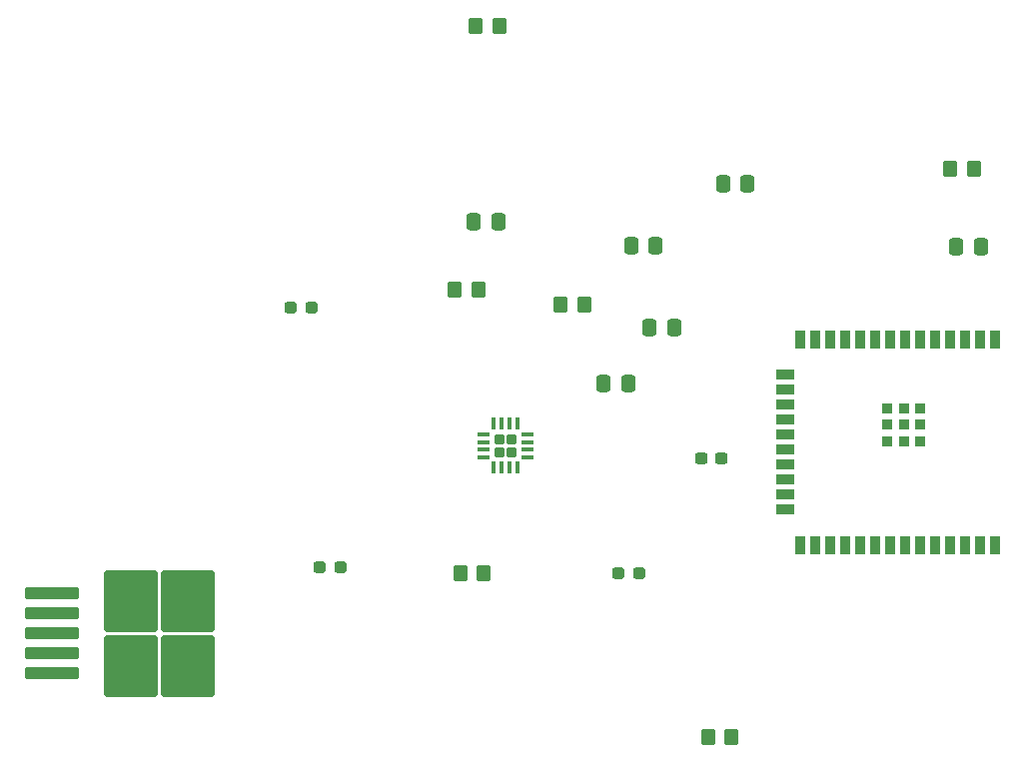
<source format=gbr>
%TF.GenerationSoftware,KiCad,Pcbnew,8.0.8*%
%TF.CreationDate,2025-03-12T15:52:42-05:00*%
%TF.ProjectId,group1_battlebot,67726f75-7031-45f6-9261-74746c65626f,rev?*%
%TF.SameCoordinates,Original*%
%TF.FileFunction,Paste,Top*%
%TF.FilePolarity,Positive*%
%FSLAX46Y46*%
G04 Gerber Fmt 4.6, Leading zero omitted, Abs format (unit mm)*
G04 Created by KiCad (PCBNEW 8.0.8) date 2025-03-12 15:52:42*
%MOMM*%
%LPD*%
G01*
G04 APERTURE LIST*
G04 Aperture macros list*
%AMRoundRect*
0 Rectangle with rounded corners*
0 $1 Rounding radius*
0 $2 $3 $4 $5 $6 $7 $8 $9 X,Y pos of 4 corners*
0 Add a 4 corners polygon primitive as box body*
4,1,4,$2,$3,$4,$5,$6,$7,$8,$9,$2,$3,0*
0 Add four circle primitives for the rounded corners*
1,1,$1+$1,$2,$3*
1,1,$1+$1,$4,$5*
1,1,$1+$1,$6,$7*
1,1,$1+$1,$8,$9*
0 Add four rect primitives between the rounded corners*
20,1,$1+$1,$2,$3,$4,$5,0*
20,1,$1+$1,$4,$5,$6,$7,0*
20,1,$1+$1,$6,$7,$8,$9,0*
20,1,$1+$1,$8,$9,$2,$3,0*%
G04 Aperture macros list end*
%ADD10RoundRect,0.250000X-0.337500X-0.475000X0.337500X-0.475000X0.337500X0.475000X-0.337500X0.475000X0*%
%ADD11R,0.900000X1.500000*%
%ADD12R,1.500000X0.900000*%
%ADD13R,0.900000X0.900000*%
%ADD14RoundRect,0.250000X0.337500X0.475000X-0.337500X0.475000X-0.337500X-0.475000X0.337500X-0.475000X0*%
%ADD15RoundRect,0.220000X-0.220000X-0.220000X0.220000X-0.220000X0.220000X0.220000X-0.220000X0.220000X0*%
%ADD16RoundRect,0.087500X-0.425000X-0.087500X0.425000X-0.087500X0.425000X0.087500X-0.425000X0.087500X0*%
%ADD17RoundRect,0.087500X-0.087500X-0.425000X0.087500X-0.425000X0.087500X0.425000X-0.087500X0.425000X0*%
%ADD18RoundRect,0.237500X0.287500X0.237500X-0.287500X0.237500X-0.287500X-0.237500X0.287500X-0.237500X0*%
%ADD19RoundRect,0.250000X-0.350000X-0.450000X0.350000X-0.450000X0.350000X0.450000X-0.350000X0.450000X0*%
%ADD20RoundRect,0.250000X0.350000X0.450000X-0.350000X0.450000X-0.350000X-0.450000X0.350000X-0.450000X0*%
%ADD21RoundRect,0.237500X-0.300000X-0.237500X0.300000X-0.237500X0.300000X0.237500X-0.300000X0.237500X0*%
%ADD22RoundRect,0.237500X-0.287500X-0.237500X0.287500X-0.237500X0.287500X0.237500X-0.287500X0.237500X0*%
%ADD23RoundRect,0.250000X-2.050000X-0.300000X2.050000X-0.300000X2.050000X0.300000X-2.050000X0.300000X0*%
%ADD24RoundRect,0.250000X-2.025000X-2.375000X2.025000X-2.375000X2.025000X2.375000X-2.025000X2.375000X0*%
G04 APERTURE END LIST*
D10*
%TO.C,C6*%
X80166000Y-71312400D03*
X82241000Y-71312400D03*
%TD*%
D11*
%TO.C,U6*%
X124307600Y-81306000D03*
X123037600Y-81306000D03*
X121767600Y-81306000D03*
X120497600Y-81306000D03*
X119227600Y-81306000D03*
X117957600Y-81306000D03*
X116687600Y-81306000D03*
X115417600Y-81306000D03*
X114147600Y-81306000D03*
X112877600Y-81306000D03*
X111607600Y-81306000D03*
X110337600Y-81306000D03*
X109067600Y-81306000D03*
X107797600Y-81306000D03*
D12*
X106547600Y-84346000D03*
X106547600Y-85616000D03*
X106547600Y-86886000D03*
X106547600Y-88156000D03*
X106547600Y-89426000D03*
X106547600Y-90696000D03*
X106547600Y-91966000D03*
X106547600Y-93236000D03*
X106547600Y-94506000D03*
X106547600Y-95776000D03*
D11*
X107797600Y-98806000D03*
X109067600Y-98806000D03*
X110337600Y-98806000D03*
X111607600Y-98806000D03*
X112877600Y-98806000D03*
X114147600Y-98806000D03*
X115417600Y-98806000D03*
X116687600Y-98806000D03*
X117957600Y-98806000D03*
X119227600Y-98806000D03*
X120497600Y-98806000D03*
X121767600Y-98806000D03*
X123037600Y-98806000D03*
X124307600Y-98806000D03*
D13*
X117987600Y-87156000D03*
X116587600Y-87156000D03*
X115187600Y-87156000D03*
X117987600Y-88556000D03*
X116587600Y-88556000D03*
X115187600Y-88556000D03*
X117987600Y-89956000D03*
X116587600Y-89956000D03*
X115187600Y-89956000D03*
%TD*%
D14*
%TO.C,C4*%
X93239500Y-85039200D03*
X91164500Y-85039200D03*
%TD*%
D15*
%TO.C,U3*%
X82321200Y-89827600D03*
X82321200Y-90877600D03*
X83371200Y-89827600D03*
X83371200Y-90877600D03*
D16*
X80983700Y-89377600D03*
X80983700Y-90027600D03*
X80983700Y-90677600D03*
X80983700Y-91327600D03*
D17*
X81871200Y-92215100D03*
X82521200Y-92215100D03*
X83171200Y-92215100D03*
X83821200Y-92215100D03*
D16*
X84708700Y-91327600D03*
X84708700Y-90677600D03*
X84708700Y-90027600D03*
X84708700Y-89377600D03*
D17*
X83821200Y-88490100D03*
X83171200Y-88490100D03*
X82521200Y-88490100D03*
X81871200Y-88490100D03*
%TD*%
D18*
%TO.C,L3*%
X94206000Y-101193600D03*
X92456000Y-101193600D03*
%TD*%
D19*
%TO.C,R5*%
X100000000Y-115000000D03*
X102000000Y-115000000D03*
%TD*%
D20*
%TO.C,R7*%
X89519000Y-78409800D03*
X87519000Y-78409800D03*
%TD*%
D19*
%TO.C,R3*%
X79010000Y-101168200D03*
X81010000Y-101168200D03*
%TD*%
D21*
%TO.C,C5*%
X99417800Y-91389200D03*
X101142800Y-91389200D03*
%TD*%
D19*
%TO.C,R2*%
X78552800Y-77114400D03*
X80552800Y-77114400D03*
%TD*%
%TO.C,R6*%
X120564400Y-66852800D03*
X122564400Y-66852800D03*
%TD*%
D22*
%TO.C,L1*%
X64668400Y-78638400D03*
X66418400Y-78638400D03*
%TD*%
D10*
%TO.C,C9*%
X121060300Y-73482200D03*
X123135300Y-73482200D03*
%TD*%
%TO.C,C3*%
X95076100Y-80314800D03*
X97151100Y-80314800D03*
%TD*%
D22*
%TO.C,L2*%
X67131900Y-100654800D03*
X68881900Y-100654800D03*
%TD*%
D10*
%TO.C,C8*%
X101276200Y-68112000D03*
X103351200Y-68112000D03*
%TD*%
D19*
%TO.C,R4*%
X80330800Y-54762400D03*
X82330800Y-54762400D03*
%TD*%
D23*
%TO.C,U4*%
X44373500Y-102862800D03*
X44373500Y-104562800D03*
X44373500Y-106262800D03*
D24*
X51098500Y-103487800D03*
X51098500Y-109037800D03*
X55948500Y-103487800D03*
X55948500Y-109037800D03*
D23*
X44373500Y-107962800D03*
X44373500Y-109662800D03*
%TD*%
D10*
%TO.C,C7*%
X93474500Y-73344400D03*
X95549500Y-73344400D03*
%TD*%
M02*

</source>
